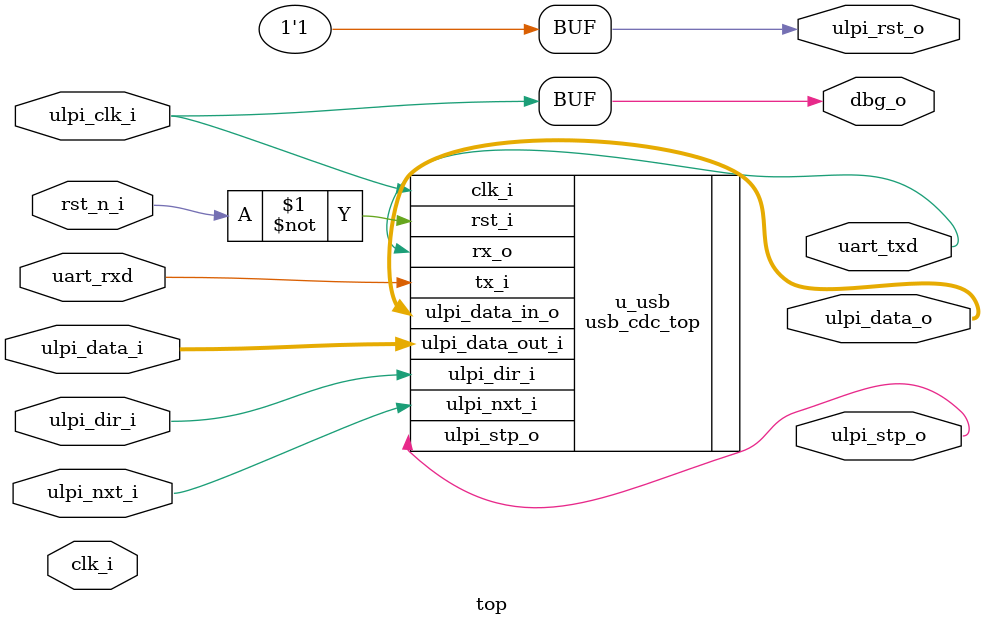
<source format=v>
module top
(
    output wire uart_txd,
    input  wire uart_rxd,

    input clk_i,
    input rst_n_i,

    input ulpi_clk_i,
    input [7:0] ulpi_data_i,
    output [7:0] ulpi_data_o,
    input  ulpi_dir_i,
    input  ulpi_nxt_i,
    output ulpi_stp_o,
    output ulpi_rst_o,
    output dbg_o
);

assign ulpi_rst_o = 1'b1;
assign dbg_o = ulpi_clk_i;

wire [7:0] data_i;
wire [7:0] data_o;


usb_cdc_top u_usb
(
    // Inputs
    .clk_i(ulpi_clk_i),
    .rst_i(~rst_n_i),
    .ulpi_data_out_i(ulpi_data_i),
    .ulpi_dir_i(ulpi_dir_i),
    .ulpi_nxt_i(ulpi_nxt_i),
    .tx_i(uart_rxd),

    .ulpi_data_in_o(ulpi_data_o),
    .ulpi_stp_o(ulpi_stp_o),
    .rx_o(uart_txd)
);


endmodule

</source>
